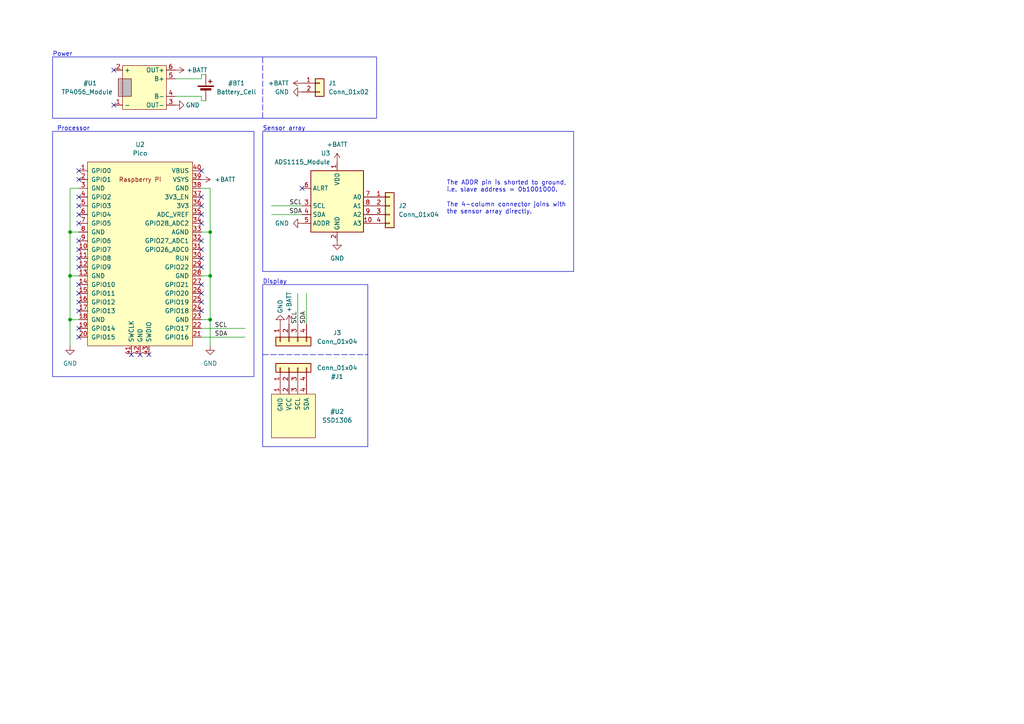
<source format=kicad_sch>
(kicad_sch (version 20230121) (generator eeschema)

  (uuid 919736f6-b564-44cf-936b-4f46a47e190f)

  (paper "A4")

  (title_block
    (title "Flavor Tracker Data Acquisition Board")
    (date "2023-07-16")
    (rev "1")
  )

  (lib_symbols
    (symbol "Connector_Generic:Conn_01x02" (pin_names (offset 1.016) hide) (in_bom yes) (on_board yes)
      (property "Reference" "J" (at 0 2.54 0)
        (effects (font (size 1.27 1.27)))
      )
      (property "Value" "Conn_01x02" (at 0 -5.08 0)
        (effects (font (size 1.27 1.27)))
      )
      (property "Footprint" "" (at 0 0 0)
        (effects (font (size 1.27 1.27)) hide)
      )
      (property "Datasheet" "~" (at 0 0 0)
        (effects (font (size 1.27 1.27)) hide)
      )
      (property "ki_keywords" "connector" (at 0 0 0)
        (effects (font (size 1.27 1.27)) hide)
      )
      (property "ki_description" "Generic connector, single row, 01x02, script generated (kicad-library-utils/schlib/autogen/connector/)" (at 0 0 0)
        (effects (font (size 1.27 1.27)) hide)
      )
      (property "ki_fp_filters" "Connector*:*_1x??_*" (at 0 0 0)
        (effects (font (size 1.27 1.27)) hide)
      )
      (symbol "Conn_01x02_1_1"
        (rectangle (start -1.27 -2.413) (end 0 -2.667)
          (stroke (width 0.1524) (type default))
          (fill (type none))
        )
        (rectangle (start -1.27 0.127) (end 0 -0.127)
          (stroke (width 0.1524) (type default))
          (fill (type none))
        )
        (rectangle (start -1.27 1.27) (end 1.27 -3.81)
          (stroke (width 0.254) (type default))
          (fill (type background))
        )
        (pin passive line (at -5.08 0 0) (length 3.81)
          (name "Pin_1" (effects (font (size 1.27 1.27))))
          (number "1" (effects (font (size 1.27 1.27))))
        )
        (pin passive line (at -5.08 -2.54 0) (length 3.81)
          (name "Pin_2" (effects (font (size 1.27 1.27))))
          (number "2" (effects (font (size 1.27 1.27))))
        )
      )
    )
    (symbol "Connector_Generic:Conn_01x04" (pin_names (offset 1.016) hide) (in_bom yes) (on_board yes)
      (property "Reference" "J" (at 0 5.08 0)
        (effects (font (size 1.27 1.27)))
      )
      (property "Value" "Conn_01x04" (at 0 -7.62 0)
        (effects (font (size 1.27 1.27)))
      )
      (property "Footprint" "" (at 0 0 0)
        (effects (font (size 1.27 1.27)) hide)
      )
      (property "Datasheet" "~" (at 0 0 0)
        (effects (font (size 1.27 1.27)) hide)
      )
      (property "ki_keywords" "connector" (at 0 0 0)
        (effects (font (size 1.27 1.27)) hide)
      )
      (property "ki_description" "Generic connector, single row, 01x04, script generated (kicad-library-utils/schlib/autogen/connector/)" (at 0 0 0)
        (effects (font (size 1.27 1.27)) hide)
      )
      (property "ki_fp_filters" "Connector*:*_1x??_*" (at 0 0 0)
        (effects (font (size 1.27 1.27)) hide)
      )
      (symbol "Conn_01x04_1_1"
        (rectangle (start -1.27 -4.953) (end 0 -5.207)
          (stroke (width 0.1524) (type default))
          (fill (type none))
        )
        (rectangle (start -1.27 -2.413) (end 0 -2.667)
          (stroke (width 0.1524) (type default))
          (fill (type none))
        )
        (rectangle (start -1.27 0.127) (end 0 -0.127)
          (stroke (width 0.1524) (type default))
          (fill (type none))
        )
        (rectangle (start -1.27 2.667) (end 0 2.413)
          (stroke (width 0.1524) (type default))
          (fill (type none))
        )
        (rectangle (start -1.27 3.81) (end 1.27 -6.35)
          (stroke (width 0.254) (type default))
          (fill (type background))
        )
        (pin passive line (at -5.08 2.54 0) (length 3.81)
          (name "Pin_1" (effects (font (size 1.27 1.27))))
          (number "1" (effects (font (size 1.27 1.27))))
        )
        (pin passive line (at -5.08 0 0) (length 3.81)
          (name "Pin_2" (effects (font (size 1.27 1.27))))
          (number "2" (effects (font (size 1.27 1.27))))
        )
        (pin passive line (at -5.08 -2.54 0) (length 3.81)
          (name "Pin_3" (effects (font (size 1.27 1.27))))
          (number "3" (effects (font (size 1.27 1.27))))
        )
        (pin passive line (at -5.08 -5.08 0) (length 3.81)
          (name "Pin_4" (effects (font (size 1.27 1.27))))
          (number "4" (effects (font (size 1.27 1.27))))
        )
      )
    )
    (symbol "Device:Battery_Cell" (pin_numbers hide) (pin_names (offset 0) hide) (in_bom yes) (on_board yes)
      (property "Reference" "BT" (at 2.54 2.54 0)
        (effects (font (size 1.27 1.27)) (justify left))
      )
      (property "Value" "Battery_Cell" (at 2.54 0 0)
        (effects (font (size 1.27 1.27)) (justify left))
      )
      (property "Footprint" "" (at 0 1.524 90)
        (effects (font (size 1.27 1.27)) hide)
      )
      (property "Datasheet" "~" (at 0 1.524 90)
        (effects (font (size 1.27 1.27)) hide)
      )
      (property "ki_keywords" "battery cell" (at 0 0 0)
        (effects (font (size 1.27 1.27)) hide)
      )
      (property "ki_description" "Single-cell battery" (at 0 0 0)
        (effects (font (size 1.27 1.27)) hide)
      )
      (symbol "Battery_Cell_0_1"
        (rectangle (start -2.286 1.778) (end 2.286 1.524)
          (stroke (width 0) (type default))
          (fill (type outline))
        )
        (rectangle (start -1.524 1.016) (end 1.524 0.508)
          (stroke (width 0) (type default))
          (fill (type outline))
        )
        (polyline
          (pts
            (xy 0 0.762)
            (xy 0 0)
          )
          (stroke (width 0) (type default))
          (fill (type none))
        )
        (polyline
          (pts
            (xy 0 1.778)
            (xy 0 2.54)
          )
          (stroke (width 0) (type default))
          (fill (type none))
        )
        (polyline
          (pts
            (xy 0.762 3.048)
            (xy 1.778 3.048)
          )
          (stroke (width 0.254) (type default))
          (fill (type none))
        )
        (polyline
          (pts
            (xy 1.27 3.556)
            (xy 1.27 2.54)
          )
          (stroke (width 0.254) (type default))
          (fill (type none))
        )
      )
      (symbol "Battery_Cell_1_1"
        (pin passive line (at 0 5.08 270) (length 2.54)
          (name "+" (effects (font (size 1.27 1.27))))
          (number "1" (effects (font (size 1.27 1.27))))
        )
        (pin passive line (at 0 -2.54 90) (length 2.54)
          (name "-" (effects (font (size 1.27 1.27))))
          (number "2" (effects (font (size 1.27 1.27))))
        )
      )
    )
    (symbol "RPi_Pico:Pico" (pin_names (offset 1.016)) (in_bom yes) (on_board yes)
      (property "Reference" "U" (at -13.97 27.94 0)
        (effects (font (size 1.27 1.27)))
      )
      (property "Value" "Pico" (at 0 19.05 0)
        (effects (font (size 1.27 1.27)))
      )
      (property "Footprint" "" (at 0 0 90)
        (effects (font (size 1.27 1.27)) hide)
      )
      (property "Datasheet" "" (at 0 0 0)
        (effects (font (size 1.27 1.27)) hide)
      )
      (property "ki_fp_filters" "RPi_Pico:RPi_Pico_*SMD_TH" (at 0 0 0)
        (effects (font (size 1.27 1.27)) hide)
      )
      (symbol "Pico_0_0"
        (text "Raspberry Pi" (at 0 21.59 0)
          (effects (font (size 1.27 1.27)))
        )
      )
      (symbol "Pico_0_1"
        (rectangle (start -15.24 26.67) (end 15.24 -26.67)
          (stroke (width 0) (type solid))
          (fill (type background))
        )
      )
      (symbol "Pico_1_1"
        (pin bidirectional line (at -17.78 24.13 0) (length 2.54)
          (name "GPIO0" (effects (font (size 1.27 1.27))))
          (number "1" (effects (font (size 1.27 1.27))))
        )
        (pin bidirectional line (at -17.78 1.27 0) (length 2.54)
          (name "GPIO7" (effects (font (size 1.27 1.27))))
          (number "10" (effects (font (size 1.27 1.27))))
        )
        (pin bidirectional line (at -17.78 -1.27 0) (length 2.54)
          (name "GPIO8" (effects (font (size 1.27 1.27))))
          (number "11" (effects (font (size 1.27 1.27))))
        )
        (pin bidirectional line (at -17.78 -3.81 0) (length 2.54)
          (name "GPIO9" (effects (font (size 1.27 1.27))))
          (number "12" (effects (font (size 1.27 1.27))))
        )
        (pin power_in line (at -17.78 -6.35 0) (length 2.54)
          (name "GND" (effects (font (size 1.27 1.27))))
          (number "13" (effects (font (size 1.27 1.27))))
        )
        (pin bidirectional line (at -17.78 -8.89 0) (length 2.54)
          (name "GPIO10" (effects (font (size 1.27 1.27))))
          (number "14" (effects (font (size 1.27 1.27))))
        )
        (pin bidirectional line (at -17.78 -11.43 0) (length 2.54)
          (name "GPIO11" (effects (font (size 1.27 1.27))))
          (number "15" (effects (font (size 1.27 1.27))))
        )
        (pin bidirectional line (at -17.78 -13.97 0) (length 2.54)
          (name "GPIO12" (effects (font (size 1.27 1.27))))
          (number "16" (effects (font (size 1.27 1.27))))
        )
        (pin bidirectional line (at -17.78 -16.51 0) (length 2.54)
          (name "GPIO13" (effects (font (size 1.27 1.27))))
          (number "17" (effects (font (size 1.27 1.27))))
        )
        (pin power_in line (at -17.78 -19.05 0) (length 2.54)
          (name "GND" (effects (font (size 1.27 1.27))))
          (number "18" (effects (font (size 1.27 1.27))))
        )
        (pin bidirectional line (at -17.78 -21.59 0) (length 2.54)
          (name "GPIO14" (effects (font (size 1.27 1.27))))
          (number "19" (effects (font (size 1.27 1.27))))
        )
        (pin bidirectional line (at -17.78 21.59 0) (length 2.54)
          (name "GPIO1" (effects (font (size 1.27 1.27))))
          (number "2" (effects (font (size 1.27 1.27))))
        )
        (pin bidirectional line (at -17.78 -24.13 0) (length 2.54)
          (name "GPIO15" (effects (font (size 1.27 1.27))))
          (number "20" (effects (font (size 1.27 1.27))))
        )
        (pin bidirectional line (at 17.78 -24.13 180) (length 2.54)
          (name "GPIO16" (effects (font (size 1.27 1.27))))
          (number "21" (effects (font (size 1.27 1.27))))
        )
        (pin bidirectional line (at 17.78 -21.59 180) (length 2.54)
          (name "GPIO17" (effects (font (size 1.27 1.27))))
          (number "22" (effects (font (size 1.27 1.27))))
        )
        (pin power_in line (at 17.78 -19.05 180) (length 2.54)
          (name "GND" (effects (font (size 1.27 1.27))))
          (number "23" (effects (font (size 1.27 1.27))))
        )
        (pin bidirectional line (at 17.78 -16.51 180) (length 2.54)
          (name "GPIO18" (effects (font (size 1.27 1.27))))
          (number "24" (effects (font (size 1.27 1.27))))
        )
        (pin bidirectional line (at 17.78 -13.97 180) (length 2.54)
          (name "GPIO19" (effects (font (size 1.27 1.27))))
          (number "25" (effects (font (size 1.27 1.27))))
        )
        (pin bidirectional line (at 17.78 -11.43 180) (length 2.54)
          (name "GPIO20" (effects (font (size 1.27 1.27))))
          (number "26" (effects (font (size 1.27 1.27))))
        )
        (pin bidirectional line (at 17.78 -8.89 180) (length 2.54)
          (name "GPIO21" (effects (font (size 1.27 1.27))))
          (number "27" (effects (font (size 1.27 1.27))))
        )
        (pin power_in line (at 17.78 -6.35 180) (length 2.54)
          (name "GND" (effects (font (size 1.27 1.27))))
          (number "28" (effects (font (size 1.27 1.27))))
        )
        (pin bidirectional line (at 17.78 -3.81 180) (length 2.54)
          (name "GPIO22" (effects (font (size 1.27 1.27))))
          (number "29" (effects (font (size 1.27 1.27))))
        )
        (pin power_in line (at -17.78 19.05 0) (length 2.54)
          (name "GND" (effects (font (size 1.27 1.27))))
          (number "3" (effects (font (size 1.27 1.27))))
        )
        (pin input line (at 17.78 -1.27 180) (length 2.54)
          (name "RUN" (effects (font (size 1.27 1.27))))
          (number "30" (effects (font (size 1.27 1.27))))
        )
        (pin bidirectional line (at 17.78 1.27 180) (length 2.54)
          (name "GPIO26_ADC0" (effects (font (size 1.27 1.27))))
          (number "31" (effects (font (size 1.27 1.27))))
        )
        (pin bidirectional line (at 17.78 3.81 180) (length 2.54)
          (name "GPIO27_ADC1" (effects (font (size 1.27 1.27))))
          (number "32" (effects (font (size 1.27 1.27))))
        )
        (pin power_in line (at 17.78 6.35 180) (length 2.54)
          (name "AGND" (effects (font (size 1.27 1.27))))
          (number "33" (effects (font (size 1.27 1.27))))
        )
        (pin bidirectional line (at 17.78 8.89 180) (length 2.54)
          (name "GPIO28_ADC2" (effects (font (size 1.27 1.27))))
          (number "34" (effects (font (size 1.27 1.27))))
        )
        (pin unspecified line (at 17.78 11.43 180) (length 2.54)
          (name "ADC_VREF" (effects (font (size 1.27 1.27))))
          (number "35" (effects (font (size 1.27 1.27))))
        )
        (pin unspecified line (at 17.78 13.97 180) (length 2.54)
          (name "3V3" (effects (font (size 1.27 1.27))))
          (number "36" (effects (font (size 1.27 1.27))))
        )
        (pin input line (at 17.78 16.51 180) (length 2.54)
          (name "3V3_EN" (effects (font (size 1.27 1.27))))
          (number "37" (effects (font (size 1.27 1.27))))
        )
        (pin bidirectional line (at 17.78 19.05 180) (length 2.54)
          (name "GND" (effects (font (size 1.27 1.27))))
          (number "38" (effects (font (size 1.27 1.27))))
        )
        (pin unspecified line (at 17.78 21.59 180) (length 2.54)
          (name "VSYS" (effects (font (size 1.27 1.27))))
          (number "39" (effects (font (size 1.27 1.27))))
        )
        (pin bidirectional line (at -17.78 16.51 0) (length 2.54)
          (name "GPIO2" (effects (font (size 1.27 1.27))))
          (number "4" (effects (font (size 1.27 1.27))))
        )
        (pin unspecified line (at 17.78 24.13 180) (length 2.54)
          (name "VBUS" (effects (font (size 1.27 1.27))))
          (number "40" (effects (font (size 1.27 1.27))))
        )
        (pin input line (at -2.54 -29.21 90) (length 2.54)
          (name "SWCLK" (effects (font (size 1.27 1.27))))
          (number "41" (effects (font (size 1.27 1.27))))
        )
        (pin power_in line (at 0 -29.21 90) (length 2.54)
          (name "GND" (effects (font (size 1.27 1.27))))
          (number "42" (effects (font (size 1.27 1.27))))
        )
        (pin bidirectional line (at 2.54 -29.21 90) (length 2.54)
          (name "SWDIO" (effects (font (size 1.27 1.27))))
          (number "43" (effects (font (size 1.27 1.27))))
        )
        (pin bidirectional line (at -17.78 13.97 0) (length 2.54)
          (name "GPIO3" (effects (font (size 1.27 1.27))))
          (number "5" (effects (font (size 1.27 1.27))))
        )
        (pin bidirectional line (at -17.78 11.43 0) (length 2.54)
          (name "GPIO4" (effects (font (size 1.27 1.27))))
          (number "6" (effects (font (size 1.27 1.27))))
        )
        (pin bidirectional line (at -17.78 8.89 0) (length 2.54)
          (name "GPIO5" (effects (font (size 1.27 1.27))))
          (number "7" (effects (font (size 1.27 1.27))))
        )
        (pin power_in line (at -17.78 6.35 0) (length 2.54)
          (name "GND" (effects (font (size 1.27 1.27))))
          (number "8" (effects (font (size 1.27 1.27))))
        )
        (pin bidirectional line (at -17.78 3.81 0) (length 2.54)
          (name "GPIO6" (effects (font (size 1.27 1.27))))
          (number "9" (effects (font (size 1.27 1.27))))
        )
      )
    )
    (symbol "SSD1306-128x64_OLED:SSD1306" (pin_names (offset 1.016)) (in_bom yes) (on_board yes)
      (property "Reference" "Brd" (at 0 -3.81 0)
        (effects (font (size 1.27 1.27)))
      )
      (property "Value" "SSD1306" (at 0 -1.27 0)
        (effects (font (size 1.27 1.27)))
      )
      (property "Footprint" "" (at 0 6.35 0)
        (effects (font (size 1.27 1.27)) hide)
      )
      (property "Datasheet" "" (at 0 6.35 0)
        (effects (font (size 1.27 1.27)) hide)
      )
      (property "ki_keywords" "SSD1306" (at 0 0 0)
        (effects (font (size 1.27 1.27)) hide)
      )
      (property "ki_description" "SSD1306 OLED" (at 0 0 0)
        (effects (font (size 1.27 1.27)) hide)
      )
      (property "ki_fp_filters" "SSD1306-128x64_OLED:SSD1306" (at 0 0 0)
        (effects (font (size 1.27 1.27)) hide)
      )
      (symbol "SSD1306_0_1"
        (rectangle (start -6.35 6.35) (end 6.35 -6.35)
          (stroke (width 0) (type solid))
          (fill (type background))
        )
      )
      (symbol "SSD1306_1_1"
        (pin input line (at -3.81 8.89 270) (length 2.54)
          (name "GND" (effects (font (size 1.27 1.27))))
          (number "1" (effects (font (size 1.27 1.27))))
        )
        (pin input line (at -1.27 8.89 270) (length 2.54)
          (name "VCC" (effects (font (size 1.27 1.27))))
          (number "2" (effects (font (size 1.27 1.27))))
        )
        (pin input line (at 1.27 8.89 270) (length 2.54)
          (name "SCL" (effects (font (size 1.27 1.27))))
          (number "3" (effects (font (size 1.27 1.27))))
        )
        (pin input line (at 3.81 8.89 270) (length 2.54)
          (name "SDA" (effects (font (size 1.27 1.27))))
          (number "4" (effects (font (size 1.27 1.27))))
        )
      )
    )
    (symbol "flavor_tracker_daq:ADS1115_Module" (in_bom yes) (on_board yes)
      (property "Reference" "U" (at 2.54 13.97 0)
        (effects (font (size 1.27 1.27)))
      )
      (property "Value" "ADS1115_Module" (at 8.89 11.43 0)
        (effects (font (size 1.27 1.27)))
      )
      (property "Footprint" "flavor_tracker_daq:ADS1115_Module" (at 0 -12.7 0)
        (effects (font (size 1.27 1.27)) hide)
      )
      (property "Datasheet" "http://www.ti.com/lit/ds/symlink/ads1113.pdf" (at -1.27 -22.86 0)
        (effects (font (size 1.27 1.27)) hide)
      )
      (property "ki_keywords" "16 bit 4 channel I2C ADC" (at 0 0 0)
        (effects (font (size 1.27 1.27)) hide)
      )
      (property "ki_description" "Ultra-Small, Low-Power, I2C-Compatible, 860-SPS, 16-Bit ADCs With Internal Reference, Oscillator, and Programmable Comparator, VSSOP-10" (at 0 0 0)
        (effects (font (size 1.27 1.27)) hide)
      )
      (symbol "ADS1115_Module_0_1"
        (rectangle (start -7.62 10.16) (end 7.62 -7.62)
          (stroke (width 0.254) (type default))
          (fill (type background))
        )
      )
      (symbol "ADS1115_Module_1_1"
        (pin power_in line (at 0 12.7 270) (length 2.54)
          (name "VDD" (effects (font (size 1.27 1.27))))
          (number "1" (effects (font (size 1.27 1.27))))
        )
        (pin input line (at -10.16 -5.08 0) (length 2.54)
          (name "A3" (effects (font (size 1.27 1.27))))
          (number "10" (effects (font (size 1.27 1.27))))
        )
        (pin power_in line (at 0 -10.16 90) (length 2.54)
          (name "GND" (effects (font (size 1.27 1.27))))
          (number "2" (effects (font (size 1.27 1.27))))
        )
        (pin input line (at 10.16 0 180) (length 2.54)
          (name "SCL" (effects (font (size 1.27 1.27))))
          (number "3" (effects (font (size 1.27 1.27))))
        )
        (pin bidirectional line (at 10.16 -2.54 180) (length 2.54)
          (name "SDA" (effects (font (size 1.27 1.27))))
          (number "4" (effects (font (size 1.27 1.27))))
        )
        (pin input line (at 10.16 -5.08 180) (length 2.54)
          (name "ADDR" (effects (font (size 1.27 1.27))))
          (number "5" (effects (font (size 1.27 1.27))))
        )
        (pin output line (at 10.16 5.08 180) (length 2.54)
          (name "ALRT" (effects (font (size 1.27 1.27))))
          (number "6" (effects (font (size 1.27 1.27))))
        )
        (pin input line (at -10.16 2.54 0) (length 2.54)
          (name "A0" (effects (font (size 1.27 1.27))))
          (number "7" (effects (font (size 1.27 1.27))))
        )
        (pin input line (at -10.16 0 0) (length 2.54)
          (name "A1" (effects (font (size 1.27 1.27))))
          (number "8" (effects (font (size 1.27 1.27))))
        )
        (pin input line (at -10.16 -2.54 0) (length 2.54)
          (name "A2" (effects (font (size 1.27 1.27))))
          (number "9" (effects (font (size 1.27 1.27))))
        )
      )
    )
    (symbol "flavor_tracker_daq:TP4056_Module" (in_bom yes) (on_board yes)
      (property "Reference" "U" (at 0 12.7 0)
        (effects (font (size 1.27 1.27)))
      )
      (property "Value" "TP4056_Module" (at 0 10.16 0)
        (effects (font (size 1.27 1.27)))
      )
      (property "Footprint" "" (at -3.81 15.24 0)
        (effects (font (size 1.27 1.27)) hide)
      )
      (property "Datasheet" "" (at -3.81 15.24 0)
        (effects (font (size 1.27 1.27)) hide)
      )
      (symbol "TP4056_Module_1_1"
        (rectangle (start -6.35 6.35) (end 6.35 -6.35)
          (stroke (width 0) (type default))
          (fill (type background))
        )
        (rectangle (start -2.54 7.62) (end 2.54 3.81)
          (stroke (width 0) (type default))
          (fill (type color) (color 192 192 192 1))
        )
        (pin power_in line (at -5.08 8.89 270) (length 2.54)
          (name "-" (effects (font (size 1.27 1.27))))
          (number "1" (effects (font (size 1.27 1.27))))
        )
        (pin power_in line (at 5.08 8.89 270) (length 2.54)
          (name "+" (effects (font (size 1.27 1.27))))
          (number "2" (effects (font (size 1.27 1.27))))
        )
        (pin power_out line (at -5.08 -8.89 90) (length 2.54)
          (name "OUT-" (effects (font (size 1.27 1.27))))
          (number "3" (effects (font (size 1.27 1.27))))
        )
        (pin power_in line (at -2.54 -8.89 90) (length 2.54)
          (name "B-" (effects (font (size 1.27 1.27))))
          (number "4" (effects (font (size 1.27 1.27))))
        )
        (pin power_in line (at 2.54 -8.89 90) (length 2.54)
          (name "B+" (effects (font (size 1.27 1.27))))
          (number "5" (effects (font (size 1.27 1.27))))
        )
        (pin power_out line (at 5.08 -8.89 90) (length 2.54)
          (name "OUT+" (effects (font (size 1.27 1.27))))
          (number "6" (effects (font (size 1.27 1.27))))
        )
      )
    )
    (symbol "power:+BATT" (power) (pin_names (offset 0)) (in_bom yes) (on_board yes)
      (property "Reference" "#PWR" (at 0 -3.81 0)
        (effects (font (size 1.27 1.27)) hide)
      )
      (property "Value" "+BATT" (at 0 3.556 0)
        (effects (font (size 1.27 1.27)))
      )
      (property "Footprint" "" (at 0 0 0)
        (effects (font (size 1.27 1.27)) hide)
      )
      (property "Datasheet" "" (at 0 0 0)
        (effects (font (size 1.27 1.27)) hide)
      )
      (property "ki_keywords" "global power battery" (at 0 0 0)
        (effects (font (size 1.27 1.27)) hide)
      )
      (property "ki_description" "Power symbol creates a global label with name \"+BATT\"" (at 0 0 0)
        (effects (font (size 1.27 1.27)) hide)
      )
      (symbol "+BATT_0_1"
        (polyline
          (pts
            (xy -0.762 1.27)
            (xy 0 2.54)
          )
          (stroke (width 0) (type default))
          (fill (type none))
        )
        (polyline
          (pts
            (xy 0 0)
            (xy 0 2.54)
          )
          (stroke (width 0) (type default))
          (fill (type none))
        )
        (polyline
          (pts
            (xy 0 2.54)
            (xy 0.762 1.27)
          )
          (stroke (width 0) (type default))
          (fill (type none))
        )
      )
      (symbol "+BATT_1_1"
        (pin power_in line (at 0 0 90) (length 0) hide
          (name "+BATT" (effects (font (size 1.27 1.27))))
          (number "1" (effects (font (size 1.27 1.27))))
        )
      )
    )
    (symbol "power:GND" (power) (pin_names (offset 0)) (in_bom yes) (on_board yes)
      (property "Reference" "#PWR" (at 0 -6.35 0)
        (effects (font (size 1.27 1.27)) hide)
      )
      (property "Value" "GND" (at 0 -3.81 0)
        (effects (font (size 1.27 1.27)))
      )
      (property "Footprint" "" (at 0 0 0)
        (effects (font (size 1.27 1.27)) hide)
      )
      (property "Datasheet" "" (at 0 0 0)
        (effects (font (size 1.27 1.27)) hide)
      )
      (property "ki_keywords" "global power" (at 0 0 0)
        (effects (font (size 1.27 1.27)) hide)
      )
      (property "ki_description" "Power symbol creates a global label with name \"GND\" , ground" (at 0 0 0)
        (effects (font (size 1.27 1.27)) hide)
      )
      (symbol "GND_0_1"
        (polyline
          (pts
            (xy 0 0)
            (xy 0 -1.27)
            (xy 1.27 -1.27)
            (xy 0 -2.54)
            (xy -1.27 -1.27)
            (xy 0 -1.27)
          )
          (stroke (width 0) (type default))
          (fill (type none))
        )
      )
      (symbol "GND_1_1"
        (pin power_in line (at 0 0 270) (length 0) hide
          (name "GND" (effects (font (size 1.27 1.27))))
          (number "1" (effects (font (size 1.27 1.27))))
        )
      )
    )
  )

  (junction (at 20.32 67.31) (diameter 0) (color 0 0 0 0)
    (uuid 0b3aeda8-114e-4271-8b79-8adc44d32787)
  )
  (junction (at 60.96 67.31) (diameter 0) (color 0 0 0 0)
    (uuid 321f601a-d5b8-4263-bc95-72301bed2d2e)
  )
  (junction (at 20.32 92.71) (diameter 0) (color 0 0 0 0)
    (uuid 74f3f6fb-4269-4f22-9933-0a32ebc5a677)
  )
  (junction (at 20.32 80.01) (diameter 0) (color 0 0 0 0)
    (uuid c24c3dbe-e171-47a9-98d9-ba254bb7edf8)
  )
  (junction (at 60.96 92.71) (diameter 0) (color 0 0 0 0)
    (uuid c8730156-7943-4625-a2af-4f6f90c95858)
  )
  (junction (at 60.96 80.01) (diameter 0) (color 0 0 0 0)
    (uuid ef4f3f28-3633-44a5-8035-9f7a28710c5b)
  )

  (no_connect (at 22.86 59.69) (uuid 10fa6d91-b393-4612-93d8-769f2729441e))
  (no_connect (at 58.42 90.17) (uuid 1228705c-d4ed-49f3-9084-d89e1376d6a1))
  (no_connect (at 58.42 72.39) (uuid 185a55a7-6099-4eff-950f-f49b027f239b))
  (no_connect (at 22.86 49.53) (uuid 28d2538c-65c6-4acb-9dd2-f0e7a5f17487))
  (no_connect (at 58.42 69.85) (uuid 2a28a87a-0f26-461e-86bf-c5db0fba39e3))
  (no_connect (at 22.86 90.17) (uuid 3acfc753-f412-4ea8-9d54-01133472fbaf))
  (no_connect (at 58.42 57.15) (uuid 437f892e-0085-483d-a782-e1477df86415))
  (no_connect (at 22.86 64.77) (uuid 44bb1251-08c3-4962-b9ac-bde55edac9a8))
  (no_connect (at 58.42 49.53) (uuid 56c8e2d7-d5c3-43e3-a1df-a104766c0fb6))
  (no_connect (at 58.42 77.47) (uuid 5bd95311-3ded-4a94-911b-18fd461e0079))
  (no_connect (at 58.42 85.09) (uuid 60991bde-a97f-42c9-99a6-b2fd6a9fbe2b))
  (no_connect (at 43.18 102.87) (uuid 6536ae0f-b95a-4949-873b-836b0a600b35))
  (no_connect (at 38.1 102.87) (uuid 6b0e0ec3-91a9-481d-8553-153d9d7cba13))
  (no_connect (at 58.42 74.93) (uuid 6d5f04fb-7d41-44fe-b4b6-9b19b68af737))
  (no_connect (at 58.42 64.77) (uuid 6e7945d6-185f-451f-9df2-5340598be313))
  (no_connect (at 58.42 82.55) (uuid 6f36922a-3ab2-4da4-997d-cbfb7e541916))
  (no_connect (at 40.64 102.87) (uuid 7e7345aa-6612-4255-96c0-ce8ed51086f9))
  (no_connect (at 22.86 52.07) (uuid 7f2d888c-98e2-46b8-bc1d-bbf80ecb2e1b))
  (no_connect (at 33.02 20.32) (uuid 86a95521-292a-4156-ad05-8e917b41e3b1))
  (no_connect (at 22.86 74.93) (uuid 9de5a3c2-7a33-4e8f-953c-4dbff84b71c7))
  (no_connect (at 22.86 69.85) (uuid a5eb11fe-adcd-450d-bcf9-a4991f1fc325))
  (no_connect (at 22.86 62.23) (uuid a73ca5f2-3733-48bf-af59-497c18ca5fc4))
  (no_connect (at 58.42 62.23) (uuid a84320ee-e672-4382-8650-3627cf6f7c23))
  (no_connect (at 22.86 77.47) (uuid a9fd64ba-90a6-44b1-bbd7-b534ac90242a))
  (no_connect (at 22.86 72.39) (uuid af3707e8-9352-4617-b80c-43ed9d1969eb))
  (no_connect (at 22.86 57.15) (uuid b5937005-27ed-46c2-b278-8595f7a36874))
  (no_connect (at 22.86 95.25) (uuid bd2231f3-9b9d-4f58-86d2-15e4be960324))
  (no_connect (at 58.42 59.69) (uuid be0590e7-62c3-4beb-9e67-d5423db1ace9))
  (no_connect (at 87.63 54.61) (uuid c3b1be2c-1fa4-49f6-a2a8-6b47aa9b063f))
  (no_connect (at 33.02 30.48) (uuid c4f622c9-d4d2-4536-958d-d179bad5516f))
  (no_connect (at 22.86 85.09) (uuid c62239f5-12fe-453d-8a9c-011eccbec23c))
  (no_connect (at 22.86 97.79) (uuid d097629a-dbf2-4b36-bd0b-f92338a54202))
  (no_connect (at 58.42 87.63) (uuid dcb8c12c-922d-4006-8c56-cde2a6467353))
  (no_connect (at 22.86 82.55) (uuid e0d5ace1-b774-4d3f-8514-2e6179546898))
  (no_connect (at 22.86 87.63) (uuid fbf0a571-25e9-4d23-935d-15e1add46002))

  (wire (pts (xy 78.74 62.23) (xy 87.63 62.23))
    (stroke (width 0) (type default))
    (uuid 050e71aa-83ef-42ee-aa76-dac9a8476046)
  )
  (wire (pts (xy 59.69 29.21) (xy 58.42 29.21))
    (stroke (width 0) (type default))
    (uuid 0612fda4-1988-41a0-b950-07a978f1c519)
  )
  (wire (pts (xy 58.42 67.31) (xy 60.96 67.31))
    (stroke (width 0) (type default))
    (uuid 12380a12-2b5b-4f71-839d-b682311cc991)
  )
  (wire (pts (xy 22.86 54.61) (xy 20.32 54.61))
    (stroke (width 0) (type default))
    (uuid 19f3c135-0dc8-447a-af19-0de641f67229)
  )
  (wire (pts (xy 22.86 92.71) (xy 20.32 92.71))
    (stroke (width 0) (type default))
    (uuid 2273482d-5634-42d8-ae5b-5b7d52eabaf5)
  )
  (wire (pts (xy 60.96 67.31) (xy 60.96 80.01))
    (stroke (width 0) (type default))
    (uuid 2c71b32d-9174-4ebe-9765-7591e445e3a7)
  )
  (wire (pts (xy 60.96 92.71) (xy 60.96 100.33))
    (stroke (width 0) (type default))
    (uuid 330c1577-8c41-4c11-a417-bf9e0bbd9422)
  )
  (wire (pts (xy 50.8 22.86) (xy 58.42 22.86))
    (stroke (width 0) (type default))
    (uuid 3f818f85-d237-49a7-b94e-eb0fb27fe097)
  )
  (polyline (pts (xy 76.2 102.87) (xy 106.68 102.87))
    (stroke (width 0) (type dash))
    (uuid 432d9c55-a93b-4aeb-a709-38700ee84e55)
  )

  (wire (pts (xy 50.8 27.94) (xy 58.42 27.94))
    (stroke (width 0) (type default))
    (uuid 50cde9a7-297f-4fb1-9b2c-ebca9a72bdec)
  )
  (wire (pts (xy 20.32 54.61) (xy 20.32 67.31))
    (stroke (width 0) (type default))
    (uuid 51f3bb5c-ab57-46fa-8ef1-e908548953e5)
  )
  (wire (pts (xy 58.42 54.61) (xy 60.96 54.61))
    (stroke (width 0) (type default))
    (uuid 543024cf-369e-4ad6-a5f6-1ea5eb92dc08)
  )
  (wire (pts (xy 58.42 29.21) (xy 58.42 27.94))
    (stroke (width 0) (type default))
    (uuid 58ae660d-35d0-45b5-b96e-994aa1a9ce75)
  )
  (wire (pts (xy 20.32 92.71) (xy 20.32 100.33))
    (stroke (width 0) (type default))
    (uuid 5c72f86d-fcfc-4eed-a5b0-01d3161bd97a)
  )
  (wire (pts (xy 58.42 95.25) (xy 71.12 95.25))
    (stroke (width 0) (type default))
    (uuid 64590cbd-b570-40a2-bc18-8f19907f1455)
  )
  (wire (pts (xy 20.32 80.01) (xy 20.32 92.71))
    (stroke (width 0) (type default))
    (uuid 6fb82601-2b4b-468e-98c1-8a4a483354e0)
  )
  (wire (pts (xy 58.42 80.01) (xy 60.96 80.01))
    (stroke (width 0) (type default))
    (uuid 705d714c-114e-4a09-af1f-982f2e1dc820)
  )
  (wire (pts (xy 88.9 85.09) (xy 88.9 93.98))
    (stroke (width 0) (type default))
    (uuid 746e1abd-5c7b-4134-8d4a-60d05f324d01)
  )
  (wire (pts (xy 58.42 21.59) (xy 59.69 21.59))
    (stroke (width 0) (type default))
    (uuid 7ee8d5b8-de27-403a-bc9d-c9eecb6bdd6e)
  )
  (wire (pts (xy 58.42 92.71) (xy 60.96 92.71))
    (stroke (width 0) (type default))
    (uuid 96be0323-d422-49f1-865b-f36fd41269b5)
  )
  (wire (pts (xy 78.74 59.69) (xy 87.63 59.69))
    (stroke (width 0) (type default))
    (uuid aa1e212f-9d7d-43a0-87f8-8bb8b25cb36e)
  )
  (wire (pts (xy 58.42 97.79) (xy 71.12 97.79))
    (stroke (width 0) (type default))
    (uuid ad564b86-80c1-452f-8602-8973dd63a433)
  )
  (wire (pts (xy 22.86 80.01) (xy 20.32 80.01))
    (stroke (width 0) (type default))
    (uuid ae6e813c-40f2-441e-ad1c-920378bb5eb6)
  )
  (wire (pts (xy 86.36 85.09) (xy 86.36 93.98))
    (stroke (width 0) (type default))
    (uuid bad83bb4-32b5-4c86-91e1-6570d311bb53)
  )
  (polyline (pts (xy 76.2 34.29) (xy 76.2 16.51))
    (stroke (width 0) (type dash))
    (uuid bb66700c-48f3-4d35-9fc6-40da1ca6477c)
  )

  (wire (pts (xy 22.86 67.31) (xy 20.32 67.31))
    (stroke (width 0) (type default))
    (uuid c55a18b9-6bf6-4523-8c5e-c96c1c4226ad)
  )
  (wire (pts (xy 58.42 22.86) (xy 58.42 21.59))
    (stroke (width 0) (type default))
    (uuid cce461c7-8f89-4633-a776-5356e3e90741)
  )
  (wire (pts (xy 20.32 67.31) (xy 20.32 80.01))
    (stroke (width 0) (type default))
    (uuid ddcc8ad4-eb5f-4457-88e5-6db72e1a1482)
  )
  (wire (pts (xy 60.96 80.01) (xy 60.96 92.71))
    (stroke (width 0) (type default))
    (uuid f22501fa-d01c-4902-a706-6eafabffa000)
  )
  (wire (pts (xy 60.96 54.61) (xy 60.96 67.31))
    (stroke (width 0) (type default))
    (uuid f5a8773c-bf42-43a8-9780-a6e4e115bf07)
  )

  (rectangle (start 15.24 16.51) (end 109.22 34.29)
    (stroke (width 0) (type default))
    (fill (type none))
    (uuid 011f352e-2787-4c4b-9582-855183ca7d9f)
  )
  (rectangle (start 76.2 82.55) (end 106.68 129.54)
    (stroke (width 0) (type default))
    (fill (type none))
    (uuid 2e76240d-f7d5-4dd9-bf97-5209cffc8652)
  )
  (rectangle (start 15.24 38.1) (end 73.66 109.22)
    (stroke (width 0) (type default))
    (fill (type none))
    (uuid 7dda48e8-5623-4664-984e-5c423ac20d03)
  )
  (rectangle (start 76.2 38.1) (end 166.37 78.74)
    (stroke (width 0) (type default))
    (fill (type none))
    (uuid d489d6f8-4f8c-436b-ac0d-c39b8dd71c5e)
  )

  (text "Sensor array" (at 76.2 38.1 0)
    (effects (font (size 1.27 1.27)) (justify left bottom))
    (uuid 4a2af62b-ba0b-4787-a1f4-33cf70a90547)
  )
  (text "Processor" (at 16.51 38.1 0)
    (effects (font (size 1.27 1.27)) (justify left bottom))
    (uuid 61dc623d-3dec-460f-aac8-798cbecd90b8)
  )
  (text "The ADDR pin is shorted to ground, \ni.e. slave address = 0b1001000. "
    (at 129.54 55.88 0)
    (effects (font (size 1.27 1.27)) (justify left bottom))
    (uuid 80d2ae3f-d813-44de-b07e-9cbfa414b55c)
  )
  (text "Display" (at 76.2 82.55 0)
    (effects (font (size 1.27 1.27)) (justify left bottom))
    (uuid 8c7b74f5-010e-44ae-8fc7-f1a3e7f3dfa0)
  )
  (text "The 4-column connector joins with \nthe sensor array directly."
    (at 129.54 62.23 0)
    (effects (font (size 1.27 1.27)) (justify left bottom))
    (uuid 9a2569f3-5c10-47c4-a072-8fe08a75d334)
  )
  (text "Power" (at 15.24 16.51 0)
    (effects (font (size 1.27 1.27)) (justify left bottom))
    (uuid bbe9fbf3-5e87-4327-95f5-4860cdefc6bc)
  )

  (label "SCL" (at 87.63 59.69 180) (fields_autoplaced)
    (effects (font (size 1.27 1.27)) (justify right bottom))
    (uuid 587be800-0550-4e29-b32c-4cb5f3989de4)
  )
  (label "SDA" (at 88.9 93.98 90) (fields_autoplaced)
    (effects (font (size 1.27 1.27)) (justify left bottom))
    (uuid 7279b147-9368-457f-a66a-24cf1a4f4ec2)
  )
  (label "SCL" (at 86.36 93.98 90) (fields_autoplaced)
    (effects (font (size 1.27 1.27)) (justify left bottom))
    (uuid 8953dc79-a28d-406b-b22e-30e78868aa41)
  )
  (label "SCL" (at 62.23 95.25 0) (fields_autoplaced)
    (effects (font (size 1.27 1.27)) (justify left bottom))
    (uuid b47d376f-140f-443b-b406-4d3fcaa1d646)
  )
  (label "SDA" (at 62.23 97.79 0) (fields_autoplaced)
    (effects (font (size 1.27 1.27)) (justify left bottom))
    (uuid bc31ce0e-037c-4e36-88d1-8314cba96399)
  )
  (label "SDA" (at 87.63 62.23 180) (fields_autoplaced)
    (effects (font (size 1.27 1.27)) (justify right bottom))
    (uuid c53a469e-12b5-417d-a162-a71392f476fd)
  )

  (symbol (lib_id "SSD1306-128x64_OLED:SSD1306") (at 85.09 120.65 0) (unit 1)
    (in_bom yes) (on_board yes) (dnp no)
    (uuid 0ad98b64-a449-4911-9d0d-5cc445f289b5)
    (property "Reference" "#U2" (at 97.79 119.38 0)
      (effects (font (size 1.27 1.27)))
    )
    (property "Value" "SSD1306" (at 97.79 121.92 0)
      (effects (font (size 1.27 1.27)))
    )
    (property "Footprint" "" (at 85.09 114.3 0)
      (effects (font (size 1.27 1.27)) hide)
    )
    (property "Datasheet" "" (at 85.09 114.3 0)
      (effects (font (size 1.27 1.27)) hide)
    )
    (pin "1" (uuid 61e0666c-911b-4800-b161-896f19163fe8))
    (pin "2" (uuid bd6f70d2-87fc-4a70-9cd5-e3598f1cc241))
    (pin "3" (uuid ed776f3b-babf-4552-bc40-3a449d8c7582))
    (pin "4" (uuid 67c7ae93-07a5-438c-a8f3-bc91702eb8c1))
    (instances
      (project "flavor_tracker_daq"
        (path "/919736f6-b564-44cf-936b-4f46a47e190f"
          (reference "#U2") (unit 1)
        )
      )
    )
  )

  (symbol (lib_id "Connector_Generic:Conn_01x04") (at 83.82 99.06 90) (mirror x) (unit 1)
    (in_bom yes) (on_board yes) (dnp no)
    (uuid 0fb502a4-c2a8-4450-b3b9-61f47f1be751)
    (property "Reference" "J3" (at 97.79 96.52 90)
      (effects (font (size 1.27 1.27)))
    )
    (property "Value" "Conn_01x04" (at 97.79 99.06 90)
      (effects (font (size 1.27 1.27)))
    )
    (property "Footprint" "Connector_PinSocket_2.54mm:PinSocket_1x04_P2.54mm_Vertical" (at 83.82 99.06 0)
      (effects (font (size 1.27 1.27)) hide)
    )
    (property "Datasheet" "~" (at 83.82 99.06 0)
      (effects (font (size 1.27 1.27)) hide)
    )
    (pin "1" (uuid c7331d05-cf59-4af5-bc16-e05b31595f58))
    (pin "2" (uuid bb465dcc-da68-4960-bcdc-fa1ab4489cfc))
    (pin "3" (uuid d914a7bf-3940-4a2a-8d03-7d662ae6d3ed))
    (pin "4" (uuid 4fd836d6-1222-4e1b-a223-6dfc41652809))
    (instances
      (project "flavor_tracker_daq"
        (path "/919736f6-b564-44cf-936b-4f46a47e190f"
          (reference "J3") (unit 1)
        )
      )
    )
  )

  (symbol (lib_id "flavor_tracker_daq:TP4056_Module") (at 41.91 25.4 90) (unit 1)
    (in_bom yes) (on_board yes) (dnp no)
    (uuid 1456d4b0-9cd0-4bcd-ab44-34f921ec9a67)
    (property "Reference" "#U1" (at 24.13 24.13 90)
      (effects (font (size 1.27 1.27)) (justify right))
    )
    (property "Value" "TP4056_Module" (at 17.78 26.67 90)
      (effects (font (size 1.27 1.27)) (justify right))
    )
    (property "Footprint" "" (at 26.67 29.21 0)
      (effects (font (size 1.27 1.27)) hide)
    )
    (property "Datasheet" "" (at 26.67 29.21 0)
      (effects (font (size 1.27 1.27)) hide)
    )
    (pin "1" (uuid 87bb2b72-7354-4d98-8721-0bfbcb964667))
    (pin "2" (uuid 1bbb0e10-ad2e-460c-bc07-07176db68891))
    (pin "3" (uuid 959f4984-75c4-40fd-b3a0-50b9c40c4044))
    (pin "4" (uuid 093bf81d-9c06-4dbf-98c0-7e5fd396ec35))
    (pin "5" (uuid b17437c0-b2b5-44ac-a64d-9e89c6ac23ef))
    (pin "6" (uuid 66db808c-9633-48e6-8f13-854d9edd04aa))
    (instances
      (project "flavor_tracker_daq"
        (path "/919736f6-b564-44cf-936b-4f46a47e190f"
          (reference "#U1") (unit 1)
        )
      )
    )
  )

  (symbol (lib_id "power:GND") (at 81.28 93.98 0) (mirror x) (unit 1)
    (in_bom yes) (on_board yes) (dnp no)
    (uuid 34c41282-31a1-4fc8-a3fc-f353caf5c165)
    (property "Reference" "#PWR09" (at 81.28 87.63 0)
      (effects (font (size 1.27 1.27)) hide)
    )
    (property "Value" "GND" (at 81.28 88.9 90)
      (effects (font (size 1.27 1.27)))
    )
    (property "Footprint" "" (at 81.28 93.98 0)
      (effects (font (size 1.27 1.27)) hide)
    )
    (property "Datasheet" "" (at 81.28 93.98 0)
      (effects (font (size 1.27 1.27)) hide)
    )
    (pin "1" (uuid 5746f8a0-3ca7-416b-a2d8-a5dc78d02a93))
    (instances
      (project "flavor_tracker_daq"
        (path "/919736f6-b564-44cf-936b-4f46a47e190f"
          (reference "#PWR09") (unit 1)
        )
      )
    )
  )

  (symbol (lib_id "Connector_Generic:Conn_01x04") (at 83.82 106.68 90) (unit 1)
    (in_bom yes) (on_board yes) (dnp no)
    (uuid 36c42044-b663-4f90-ae0b-1923bc9d6982)
    (property "Reference" "#J1" (at 97.79 109.22 90)
      (effects (font (size 1.27 1.27)))
    )
    (property "Value" "Conn_01x04" (at 97.79 106.68 90)
      (effects (font (size 1.27 1.27)))
    )
    (property "Footprint" "Connector_PinSocket_2.54mm:PinSocket_1x04_P2.54mm_Vertical" (at 83.82 106.68 0)
      (effects (font (size 1.27 1.27)) hide)
    )
    (property "Datasheet" "~" (at 83.82 106.68 0)
      (effects (font (size 1.27 1.27)) hide)
    )
    (pin "1" (uuid df62f9da-7f55-453f-b936-7f29e6f0aedc))
    (pin "2" (uuid 3a71e68e-3266-4421-8e33-c748eb85209a))
    (pin "3" (uuid c2f530d8-f6e4-45e1-9df2-4bdc56d1498a))
    (pin "4" (uuid 34c575f5-8a03-4ba3-8648-d29df028ef29))
    (instances
      (project "flavor_tracker_daq"
        (path "/919736f6-b564-44cf-936b-4f46a47e190f"
          (reference "#J1") (unit 1)
        )
      )
    )
  )

  (symbol (lib_id "Connector_Generic:Conn_01x02") (at 92.71 24.13 0) (unit 1)
    (in_bom yes) (on_board yes) (dnp no)
    (uuid 36dd3e11-2a09-496e-ac91-69e1e5a82a13)
    (property "Reference" "J1" (at 95.25 24.13 0)
      (effects (font (size 1.27 1.27)) (justify left))
    )
    (property "Value" "Conn_01x02" (at 95.25 26.67 0)
      (effects (font (size 1.27 1.27)) (justify left))
    )
    (property "Footprint" "Connector_JST:JST_PH_B2B-PH-K_1x02_P2.00mm_Vertical" (at 92.71 24.13 0)
      (effects (font (size 1.27 1.27)) hide)
    )
    (property "Datasheet" "~" (at 92.71 24.13 0)
      (effects (font (size 1.27 1.27)) hide)
    )
    (pin "1" (uuid 5624f390-aa40-43b1-baee-3fa28b2266a3))
    (pin "2" (uuid 05919b9d-3b14-444f-aef2-e8cdae0f0d85))
    (instances
      (project "flavor_tracker_daq"
        (path "/919736f6-b564-44cf-936b-4f46a47e190f"
          (reference "J1") (unit 1)
        )
      )
    )
  )

  (symbol (lib_id "Connector_Generic:Conn_01x04") (at 113.03 59.69 0) (unit 1)
    (in_bom yes) (on_board yes) (dnp no) (fields_autoplaced)
    (uuid 3fe3f8b6-1d63-4b62-9c48-8b2da7925380)
    (property "Reference" "J2" (at 115.57 59.69 0)
      (effects (font (size 1.27 1.27)) (justify left))
    )
    (property "Value" "Conn_01x04" (at 115.57 62.23 0)
      (effects (font (size 1.27 1.27)) (justify left))
    )
    (property "Footprint" "Connector_PinSocket_2.54mm:PinSocket_1x04_P2.54mm_Horizontal" (at 113.03 59.69 0)
      (effects (font (size 1.27 1.27)) hide)
    )
    (property "Datasheet" "~" (at 113.03 59.69 0)
      (effects (font (size 1.27 1.27)) hide)
    )
    (pin "1" (uuid 6bd5a9ef-5730-4bf1-aa27-13f2a63bbbb9))
    (pin "2" (uuid caef2b98-2abb-4797-a63a-e34127a16067))
    (pin "3" (uuid 4d862dad-9ef3-4543-a5d1-0a09649bcecb))
    (pin "4" (uuid 6fdbf4ed-9f7c-44cc-b8cc-7f05c3314cdb))
    (instances
      (project "flavor_tracker_daq"
        (path "/919736f6-b564-44cf-936b-4f46a47e190f"
          (reference "J2") (unit 1)
        )
      )
    )
  )

  (symbol (lib_id "RPi_Pico:Pico") (at 40.64 73.66 0) (unit 1)
    (in_bom yes) (on_board yes) (dnp no) (fields_autoplaced)
    (uuid 50af3cef-5750-406c-87af-e0bd771905c9)
    (property "Reference" "U2" (at 40.64 41.91 0)
      (effects (font (size 1.27 1.27)))
    )
    (property "Value" "Pico" (at 40.64 44.45 0)
      (effects (font (size 1.27 1.27)))
    )
    (property "Footprint" "RPi_Pico:RPi_Pico_W_SMD_TH" (at 40.64 73.66 90)
      (effects (font (size 1.27 1.27)) hide)
    )
    (property "Datasheet" "" (at 40.64 73.66 0)
      (effects (font (size 1.27 1.27)) hide)
    )
    (pin "1" (uuid 292e70bd-f474-44e2-b43b-a03e7d8641d2))
    (pin "10" (uuid 364b8312-ca2f-4a7e-9524-b58630f928c5))
    (pin "11" (uuid b085493b-32f8-44b2-b50a-55d21641def1))
    (pin "12" (uuid 0b4032a3-cb80-490d-9640-855590132852))
    (pin "13" (uuid f571c15f-f9d6-413d-aeb8-86aec4e6b125))
    (pin "14" (uuid 14e9215c-20b6-4c13-8f05-200af8c079c9))
    (pin "15" (uuid 2c0dcaa4-e4c4-4380-9b55-b99eab506fc1))
    (pin "16" (uuid 316089d1-133d-4158-83b5-72a20da1f975))
    (pin "17" (uuid 560525a2-986a-4f8b-982d-e985a47ecd1d))
    (pin "18" (uuid 74d5a4fd-252c-4e34-a96e-4ed82767f09f))
    (pin "19" (uuid 86550df0-a21e-4df5-ad77-ecc5ad813acc))
    (pin "2" (uuid 6172e701-41ac-4edd-aeee-85d32ffc2ef8))
    (pin "20" (uuid b7dd5024-6f55-48c9-bb85-ba36824110e8))
    (pin "21" (uuid c9b48201-40ef-4aa8-80fe-a321ac85499d))
    (pin "22" (uuid 97096066-8c14-4ba8-a9df-309cafbb47d4))
    (pin "23" (uuid 2484f3ca-ccac-4207-995d-a915c5f27343))
    (pin "24" (uuid 0836dc04-5529-48bf-8a88-b14e29e632f4))
    (pin "25" (uuid d182752a-8faf-4163-9ca9-3f6381ad24a3))
    (pin "26" (uuid 9314931f-5a65-41fb-afa5-0b5696a745be))
    (pin "27" (uuid 2d14038e-19e2-4be1-befc-e1616a20d27c))
    (pin "28" (uuid b3a4582b-6a9d-4349-a52d-46ede44c6a47))
    (pin "29" (uuid 0eaa0c3d-a5b1-4664-a818-f601753d9e62))
    (pin "3" (uuid bdf6322e-44b2-4051-bc1c-6df3664f54ca))
    (pin "30" (uuid 163c1b39-fd71-4598-8c02-db61aa74da5a))
    (pin "31" (uuid d47de940-b4fd-4b99-87c1-d33cc6e96be5))
    (pin "32" (uuid 6b7f13e2-396a-48fa-8357-7c9fff20f0a8))
    (pin "33" (uuid 4e28b833-7384-4905-afb6-a512c7fa35fc))
    (pin "34" (uuid b1922e01-6253-4f22-9c32-10fe8f4735de))
    (pin "35" (uuid 5d4b195a-4070-4c18-9f9a-fc117326636c))
    (pin "36" (uuid 05db12b5-9294-4219-98cc-f7f922f5e61d))
    (pin "37" (uuid 39bedb2f-8025-4d86-8dda-921e1f697a7a))
    (pin "38" (uuid 5e550cc6-b747-471f-948f-e09ec89fb279))
    (pin "39" (uuid 9cda7f1d-65f1-47a5-bbc2-c9f5dce9c96f))
    (pin "4" (uuid 01bca176-ef5c-46df-86cf-2f89ef48b049))
    (pin "40" (uuid 285358b6-84e7-4bf2-be7c-04056de9e356))
    (pin "41" (uuid c84c9ea9-9b18-4872-bd6c-da6c160a91d8))
    (pin "42" (uuid 1a589941-65fa-4271-8e27-d2837e88d3a4))
    (pin "43" (uuid cbd1df8e-5716-4051-bc5c-e8a0ce5e1fa8))
    (pin "5" (uuid 23d3cc8b-3ee1-44fe-a095-d3871d7c8182))
    (pin "6" (uuid fa9eb75e-97f5-46ad-a13e-97327d1d8474))
    (pin "7" (uuid fd626816-e4e9-4dfa-bdb8-46ee83427c59))
    (pin "8" (uuid 7800e43c-3074-476e-b1f9-a263e3b50688))
    (pin "9" (uuid 4c50f7e2-2ebc-492f-975e-3ad821211afe))
    (instances
      (project "flavor_tracker_daq"
        (path "/919736f6-b564-44cf-936b-4f46a47e190f"
          (reference "U2") (unit 1)
        )
      )
    )
  )

  (symbol (lib_id "power:+BATT") (at 50.8 20.32 270) (mirror x) (unit 1)
    (in_bom yes) (on_board yes) (dnp no)
    (uuid 5b5c5411-d3d9-4b72-a189-a7548b901ac4)
    (property "Reference" "#PWR011" (at 46.99 20.32 0)
      (effects (font (size 1.27 1.27)) hide)
    )
    (property "Value" "+BATT" (at 57.15 20.32 90)
      (effects (font (size 1.27 1.27)))
    )
    (property "Footprint" "" (at 50.8 20.32 0)
      (effects (font (size 1.27 1.27)) hide)
    )
    (property "Datasheet" "" (at 50.8 20.32 0)
      (effects (font (size 1.27 1.27)) hide)
    )
    (pin "1" (uuid b7426daf-6b77-4fff-ae81-366e947aa473))
    (instances
      (project "flavor_tracker_daq"
        (path "/919736f6-b564-44cf-936b-4f46a47e190f"
          (reference "#PWR011") (unit 1)
        )
      )
    )
  )

  (symbol (lib_id "Device:Battery_Cell") (at 59.69 26.67 0) (unit 1)
    (in_bom yes) (on_board yes) (dnp no)
    (uuid 5be1c86f-0496-4dc1-a756-5ea82e64630a)
    (property "Reference" "#BT1" (at 68.58 24.13 0)
      (effects (font (size 1.27 1.27)))
    )
    (property "Value" "Battery_Cell" (at 68.58 26.67 0)
      (effects (font (size 1.27 1.27)))
    )
    (property "Footprint" "" (at 59.69 25.146 90)
      (effects (font (size 1.27 1.27)) hide)
    )
    (property "Datasheet" "~" (at 59.69 25.146 90)
      (effects (font (size 1.27 1.27)) hide)
    )
    (pin "1" (uuid 9cbf15ce-2641-49be-a92e-ffebf4f637a8))
    (pin "2" (uuid c56313eb-366b-4881-b422-7ce1d0243b62))
    (instances
      (project "flavor_tracker_daq"
        (path "/919736f6-b564-44cf-936b-4f46a47e190f"
          (reference "#BT1") (unit 1)
        )
      )
    )
  )

  (symbol (lib_id "power:+BATT") (at 87.63 24.13 90) (mirror x) (unit 1)
    (in_bom yes) (on_board yes) (dnp no) (fields_autoplaced)
    (uuid 5cd303d7-af93-403d-9cf8-86cb2fb30ff4)
    (property "Reference" "#PWR01" (at 91.44 24.13 0)
      (effects (font (size 1.27 1.27)) hide)
    )
    (property "Value" "+BATT" (at 83.82 24.13 90)
      (effects (font (size 1.27 1.27)) (justify left))
    )
    (property "Footprint" "" (at 87.63 24.13 0)
      (effects (font (size 1.27 1.27)) hide)
    )
    (property "Datasheet" "" (at 87.63 24.13 0)
      (effects (font (size 1.27 1.27)) hide)
    )
    (pin "1" (uuid b5942b1a-331a-431e-b964-64eda9020e22))
    (instances
      (project "flavor_tracker_daq"
        (path "/919736f6-b564-44cf-936b-4f46a47e190f"
          (reference "#PWR01") (unit 1)
        )
      )
    )
  )

  (symbol (lib_id "power:GND") (at 87.63 26.67 270) (mirror x) (unit 1)
    (in_bom yes) (on_board yes) (dnp no) (fields_autoplaced)
    (uuid 79267480-a53a-49fb-b497-050a23161457)
    (property "Reference" "#PWR02" (at 81.28 26.67 0)
      (effects (font (size 1.27 1.27)) hide)
    )
    (property "Value" "GND" (at 83.82 26.67 90)
      (effects (font (size 1.27 1.27)) (justify right))
    )
    (property "Footprint" "" (at 87.63 26.67 0)
      (effects (font (size 1.27 1.27)) hide)
    )
    (property "Datasheet" "" (at 87.63 26.67 0)
      (effects (font (size 1.27 1.27)) hide)
    )
    (pin "1" (uuid 8cbcb4b3-5bc7-49a8-b076-4d8c9929824a))
    (instances
      (project "flavor_tracker_daq"
        (path "/919736f6-b564-44cf-936b-4f46a47e190f"
          (reference "#PWR02") (unit 1)
        )
      )
    )
  )

  (symbol (lib_id "flavor_tracker_daq:ADS1115_Module") (at 97.79 59.69 0) (mirror y) (unit 1)
    (in_bom yes) (on_board yes) (dnp no) (fields_autoplaced)
    (uuid 81da8e3b-e3c7-4bf9-9fbe-736f747cd9e5)
    (property "Reference" "U3" (at 95.8341 44.45 0)
      (effects (font (size 1.27 1.27)) (justify left))
    )
    (property "Value" "ADS1115_Module" (at 95.8341 46.99 0)
      (effects (font (size 1.27 1.27)) (justify left))
    )
    (property "Footprint" "flavor_tracker_daq:ADS1115_Module" (at 97.79 72.39 0)
      (effects (font (size 1.27 1.27)) hide)
    )
    (property "Datasheet" "http://www.ti.com/lit/ds/symlink/ads1113.pdf" (at 99.06 82.55 0)
      (effects (font (size 1.27 1.27)) hide)
    )
    (pin "1" (uuid e60d9f64-9c5f-4700-9c63-f89279dd435d))
    (pin "10" (uuid 0b1bf672-99af-4351-8de6-d855c9f01f16))
    (pin "2" (uuid 90a0b50f-eb4b-45e4-a93a-3e001ac2a5dd))
    (pin "3" (uuid 80b5897b-6aaf-4b9d-bffe-a8eed8789077))
    (pin "4" (uuid e1c85a9f-23a2-4b7b-9302-8e853cbb3944))
    (pin "5" (uuid 58c78c5d-0769-458a-812d-ecca7ab42b58))
    (pin "6" (uuid c81ef342-786b-46ac-991f-b4536abf4497))
    (pin "7" (uuid 12598d1b-51d9-4546-97cf-e24bfe077fca))
    (pin "8" (uuid 1e4b6dce-f45c-4cec-babb-432f23fffec9))
    (pin "9" (uuid a1fd7abd-31ad-49ca-9e7d-f8c0f0a8059f))
    (instances
      (project "flavor_tracker_daq"
        (path "/919736f6-b564-44cf-936b-4f46a47e190f"
          (reference "U3") (unit 1)
        )
      )
    )
  )

  (symbol (lib_id "power:+BATT") (at 97.79 46.99 0) (mirror y) (unit 1)
    (in_bom yes) (on_board yes) (dnp no) (fields_autoplaced)
    (uuid 88281965-5d3b-4be4-945d-739a8e1312f5)
    (property "Reference" "#PWR06" (at 97.79 50.8 0)
      (effects (font (size 1.27 1.27)) hide)
    )
    (property "Value" "+BATT" (at 97.79 41.91 0)
      (effects (font (size 1.27 1.27)))
    )
    (property "Footprint" "" (at 97.79 46.99 0)
      (effects (font (size 1.27 1.27)) hide)
    )
    (property "Datasheet" "" (at 97.79 46.99 0)
      (effects (font (size 1.27 1.27)) hide)
    )
    (pin "1" (uuid 2973ff6d-862b-44d5-ac38-793297cd078b))
    (instances
      (project "flavor_tracker_daq"
        (path "/919736f6-b564-44cf-936b-4f46a47e190f"
          (reference "#PWR06") (unit 1)
        )
      )
    )
  )

  (symbol (lib_id "power:GND") (at 97.79 69.85 0) (mirror y) (unit 1)
    (in_bom yes) (on_board yes) (dnp no) (fields_autoplaced)
    (uuid 8b6a0e35-0d8f-4e0e-a667-8d473059bf8f)
    (property "Reference" "#PWR07" (at 97.79 76.2 0)
      (effects (font (size 1.27 1.27)) hide)
    )
    (property "Value" "GND" (at 97.79 74.93 0)
      (effects (font (size 1.27 1.27)))
    )
    (property "Footprint" "" (at 97.79 69.85 0)
      (effects (font (size 1.27 1.27)) hide)
    )
    (property "Datasheet" "" (at 97.79 69.85 0)
      (effects (font (size 1.27 1.27)) hide)
    )
    (pin "1" (uuid be2cba32-2050-4b00-b007-bdaba61fe33d))
    (instances
      (project "flavor_tracker_daq"
        (path "/919736f6-b564-44cf-936b-4f46a47e190f"
          (reference "#PWR07") (unit 1)
        )
      )
    )
  )

  (symbol (lib_id "power:GND") (at 20.32 100.33 0) (unit 1)
    (in_bom yes) (on_board yes) (dnp no) (fields_autoplaced)
    (uuid a722f3d1-9beb-451e-90fe-97a5e156fd1b)
    (property "Reference" "#PWR03" (at 20.32 106.68 0)
      (effects (font (size 1.27 1.27)) hide)
    )
    (property "Value" "GND" (at 20.32 105.41 0)
      (effects (font (size 1.27 1.27)))
    )
    (property "Footprint" "" (at 20.32 100.33 0)
      (effects (font (size 1.27 1.27)) hide)
    )
    (property "Datasheet" "" (at 20.32 100.33 0)
      (effects (font (size 1.27 1.27)) hide)
    )
    (pin "1" (uuid a8a10c0f-b805-4317-926d-4e6909363b75))
    (instances
      (project "flavor_tracker_daq"
        (path "/919736f6-b564-44cf-936b-4f46a47e190f"
          (reference "#PWR03") (unit 1)
        )
      )
    )
  )

  (symbol (lib_id "power:+BATT") (at 58.42 52.07 270) (unit 1)
    (in_bom yes) (on_board yes) (dnp no) (fields_autoplaced)
    (uuid a9e5e53c-7872-4300-82dc-d0a3b9ca3d3c)
    (property "Reference" "#PWR05" (at 54.61 52.07 0)
      (effects (font (size 1.27 1.27)) hide)
    )
    (property "Value" "+BATT" (at 62.23 52.07 90)
      (effects (font (size 1.27 1.27)) (justify left))
    )
    (property "Footprint" "" (at 58.42 52.07 0)
      (effects (font (size 1.27 1.27)) hide)
    )
    (property "Datasheet" "" (at 58.42 52.07 0)
      (effects (font (size 1.27 1.27)) hide)
    )
    (pin "1" (uuid 1c782df2-c013-4fd2-8d3c-95668e40f3f7))
    (instances
      (project "flavor_tracker_daq"
        (path "/919736f6-b564-44cf-936b-4f46a47e190f"
          (reference "#PWR05") (unit 1)
        )
      )
    )
  )

  (symbol (lib_id "power:+BATT") (at 83.82 93.98 0) (mirror y) (unit 1)
    (in_bom yes) (on_board yes) (dnp no)
    (uuid bb5eb927-0694-4fe1-a618-29839c722a50)
    (property "Reference" "#PWR010" (at 83.82 97.79 0)
      (effects (font (size 1.27 1.27)) hide)
    )
    (property "Value" "+BATT" (at 83.82 87.63 90)
      (effects (font (size 1.27 1.27)))
    )
    (property "Footprint" "" (at 83.82 93.98 0)
      (effects (font (size 1.27 1.27)) hide)
    )
    (property "Datasheet" "" (at 83.82 93.98 0)
      (effects (font (size 1.27 1.27)) hide)
    )
    (pin "1" (uuid 8a704304-e325-43ae-919b-8eedfa0f5e2c))
    (instances
      (project "flavor_tracker_daq"
        (path "/919736f6-b564-44cf-936b-4f46a47e190f"
          (reference "#PWR010") (unit 1)
        )
      )
    )
  )

  (symbol (lib_id "power:GND") (at 50.8 30.48 90) (unit 1)
    (in_bom yes) (on_board yes) (dnp no)
    (uuid c5579824-9068-422a-8e91-23289d738c0f)
    (property "Reference" "#PWR012" (at 57.15 30.48 0)
      (effects (font (size 1.27 1.27)) hide)
    )
    (property "Value" "GND" (at 55.88 30.48 90)
      (effects (font (size 1.27 1.27)))
    )
    (property "Footprint" "" (at 50.8 30.48 0)
      (effects (font (size 1.27 1.27)) hide)
    )
    (property "Datasheet" "" (at 50.8 30.48 0)
      (effects (font (size 1.27 1.27)) hide)
    )
    (pin "1" (uuid e4c71886-9cce-4e04-aaa6-5cfc663b00af))
    (instances
      (project "flavor_tracker_daq"
        (path "/919736f6-b564-44cf-936b-4f46a47e190f"
          (reference "#PWR012") (unit 1)
        )
      )
    )
  )

  (symbol (lib_id "power:GND") (at 60.96 100.33 0) (unit 1)
    (in_bom yes) (on_board yes) (dnp no) (fields_autoplaced)
    (uuid cc882304-6ff6-4d8e-86aa-0f2e6311e043)
    (property "Reference" "#PWR04" (at 60.96 106.68 0)
      (effects (font (size 1.27 1.27)) hide)
    )
    (property "Value" "GND" (at 60.96 105.41 0)
      (effects (font (size 1.27 1.27)))
    )
    (property "Footprint" "" (at 60.96 100.33 0)
      (effects (font (size 1.27 1.27)) hide)
    )
    (property "Datasheet" "" (at 60.96 100.33 0)
      (effects (font (size 1.27 1.27)) hide)
    )
    (pin "1" (uuid cc9d147d-11cb-4978-9d31-f71790d18439))
    (instances
      (project "flavor_tracker_daq"
        (path "/919736f6-b564-44cf-936b-4f46a47e190f"
          (reference "#PWR04") (unit 1)
        )
      )
    )
  )

  (symbol (lib_id "power:GND") (at 87.63 64.77 270) (mirror x) (unit 1)
    (in_bom yes) (on_board yes) (dnp no) (fields_autoplaced)
    (uuid d7e23530-54f1-4500-b40c-7db18b1b29c6)
    (property "Reference" "#PWR08" (at 81.28 64.77 0)
      (effects (font (size 1.27 1.27)) hide)
    )
    (property "Value" "GND" (at 83.82 64.77 90)
      (effects (font (size 1.27 1.27)) (justify right))
    )
    (property "Footprint" "" (at 87.63 64.77 0)
      (effects (font (size 1.27 1.27)) hide)
    )
    (property "Datasheet" "" (at 87.63 64.77 0)
      (effects (font (size 1.27 1.27)) hide)
    )
    (pin "1" (uuid 6e9192da-73e9-4eb3-8b4c-73f35471bce7))
    (instances
      (project "flavor_tracker_daq"
        (path "/919736f6-b564-44cf-936b-4f46a47e190f"
          (reference "#PWR08") (unit 1)
        )
      )
    )
  )

  (sheet_instances
    (path "/" (page "1"))
  )
)

</source>
